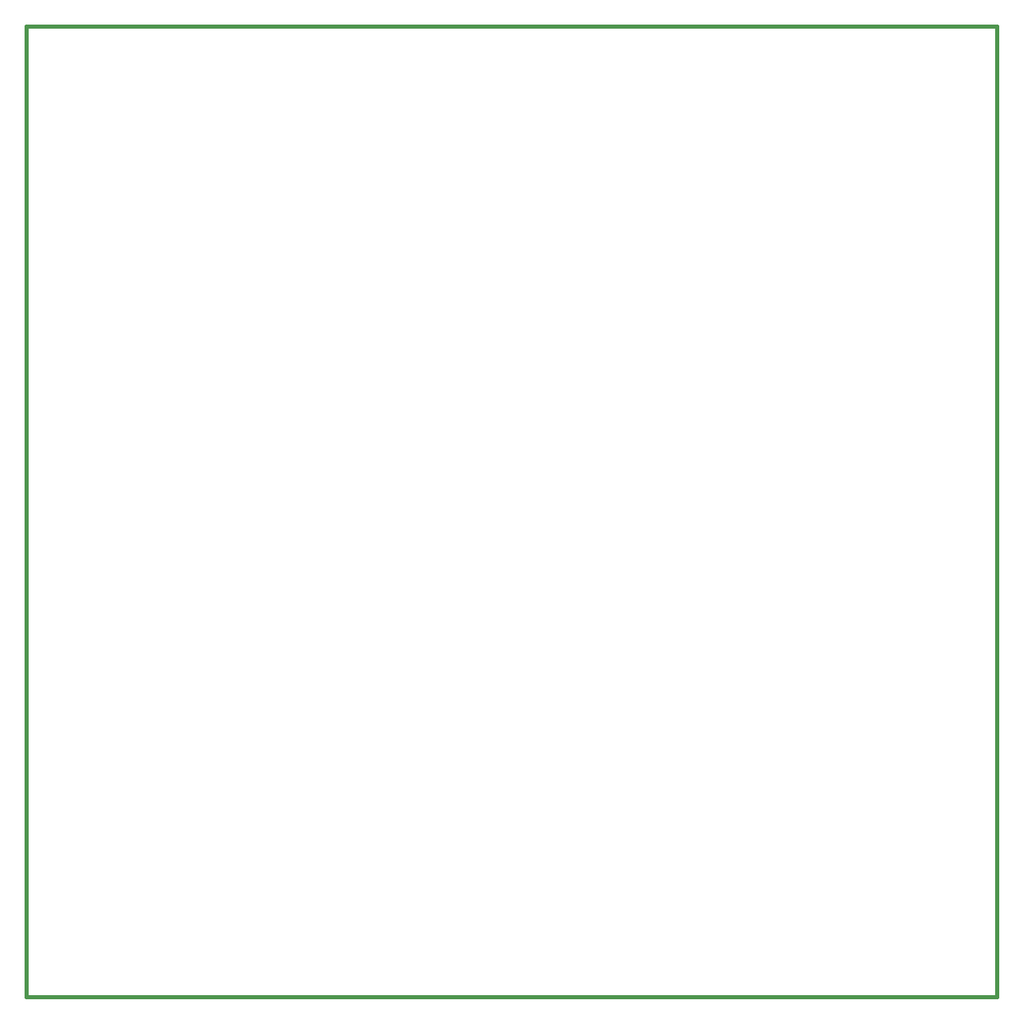
<source format=gbr>
G04 (created by PCBNEW (2013-mar-13)-testing) date Mon 20 Jan 2014 04:57:44 AM EST*
%MOIN*%
G04 Gerber Fmt 3.4, Leading zero omitted, Abs format*
%FSLAX34Y34*%
G01*
G70*
G90*
G04 APERTURE LIST*
%ADD10C,0.005906*%
%ADD11C,0.015000*%
G04 APERTURE END LIST*
G54D10*
G54D11*
X50250Y-10000D02*
X50250Y-49500D01*
X89750Y-10000D02*
X50250Y-10000D01*
X89750Y-49500D02*
X89750Y-10000D01*
X50250Y-49500D02*
X89750Y-49500D01*
M02*

</source>
